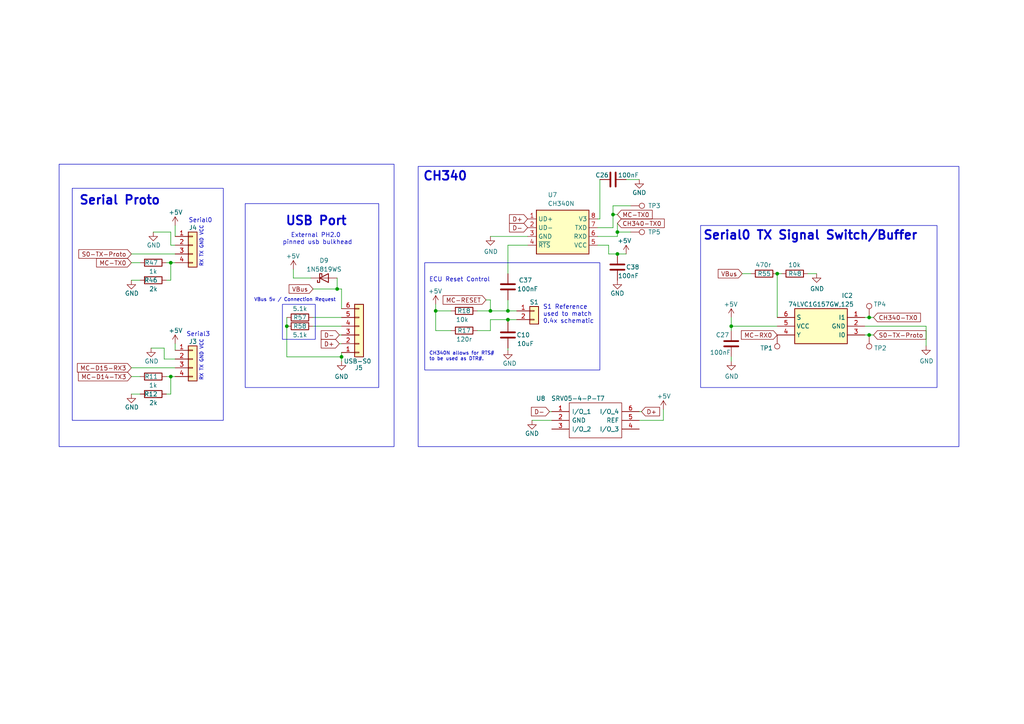
<source format=kicad_sch>
(kicad_sch (version 20231120) (generator "eeschema") (generator_version "8.0")
  (paper "A4")
  (title_block (title "Spark Gap x4") (date "2024-07-16") (rev "A") (company "OpenLogicEFI") (comment 1 "openlogicefi.com"))
  (lib_symbols
    (symbol "74LVC1G157GW_125:74LVC1G157GW,125"
      (property "Reference" "IC" (at 21.59 7.62 0))
      (property "Value" "74LVC1G157GW,125" (at 21.59 5.08 0))
      (symbol "74LVC1G157GW,125_1_1"
        (rectangle (start 5.08 2.54) (end 20.32 -7.62) (stroke (width 0.254)) (fill (type background)))
        (pin passive line (at 0 0 0) (length 5.08) (name "I1") (number "1"))
        (pin passive line (at 0 -2.54 0) (length 5.08) (name "GND") (number "2"))
        (pin passive line (at 0 -5.08 0) (length 5.08) (name "I0") (number "3"))
        (pin passive line (at 25.4 -5.08 180) (length 5.08) (name "Y") (number "4"))
        (pin passive line (at 25.4 -2.54 180) (length 5.08) (name "VCC") (number "5"))
        (pin passive line (at 25.4 0 180) (length 5.08) (name "S") (number "6"))
      )
    )
    (symbol "CH340C_1"
      (property "Reference" "U?" (at -4.3306 17.145 0))
      (property "Value" "CH340C_1" (at -4.3306 14.605 0))
      (symbol "CH340C_1_0_1"
        (rectangle (start -7.62 12.7) (end 7.62 0) (stroke (width 0.254)) (fill (type background)))
      )
      (symbol "CH340C_1_1_1"
        (pin bidirectional line (at -10.16 10.16 0) (length 2.54) (name "UD+") (number "1"))
        (pin bidirectional line (at -10.16 7.62 0) (length 2.54) (name "UD-") (number "2"))
        (pin power_in line (at -10.16 5.08 0) (length 2.54) (name "GND") (number "3"))
        (pin output line (at -10.16 2.54 0) (length 2.54) (name "~{RTS}") (number "4"))
        (pin power_in line (at 10.16 2.54 180) (length 2.54) (name "VCC") (number "5"))
        (pin input line (at 10.16 5.08 180) (length 2.54) (name "RXD") (number "6"))
        (pin output line (at 10.16 7.62 180) (length 2.54) (name "TXD") (number "7"))
        (pin passive line (at 10.16 10.16 180) (length 2.54) (name "V3") (number "8"))
      )
    )
    (symbol "Connector:TestPoint" (pin_numbers hide) (pin_names (offset 0.762) hide)
      (property "Reference" "TP" (at 0 6.858 0))
      (property "Value" "TestPoint" (at 0 5.08 0))
      (symbol "TestPoint_0_1"
        (circle (center 0 3.302) (radius 0.762))
      )
      (symbol "TestPoint_1_1"
        (pin passive line (at 0 0 90) (length 2.54) (name "1") (number "1"))
      )
    )
    (symbol "Connector_Generic:Conn_01x02" (pin_names (offset 1.016) hide)
      (property "Reference" "J" (at 0 2.54 0))
      (property "Value" "Conn_01x02" (at 0 -5.08 0))
      (symbol "Conn_01x02_1_1"
        (rectangle (start -1.27 -2.413) (end 0 -2.667) (stroke (width 0.1524)))
        (rectangle (start -1.27 0.127) (end 0 -0.127) (stroke (width 0.1524)))
        (rectangle (start -1.27 1.27) (end 1.27 -3.81) (stroke (width 0.254)) (fill (type background)))
        (pin passive line (at -5.08 0 0) (length 3.81) (name "Pin_1") (number "1"))
        (pin passive line (at -5.08 -2.54 0) (length 3.81) (name "Pin_2") (number "2"))
      )
    )
    (symbol "Connector_Generic:Conn_01x04" (pin_names (offset 1.016) hide)
      (property "Reference" "J" (at 0 5.08 0))
      (property "Value" "Conn_01x04" (at 0 -7.62 0))
      (symbol "Conn_01x04_1_1"
        (rectangle (start -1.27 -4.953) (end 0 -5.207) (stroke (width 0.1524)))
        (rectangle (start -1.27 -2.413) (end 0 -2.667) (stroke (width 0.1524)))
        (rectangle (start -1.27 0.127) (end 0 -0.127) (stroke (width 0.1524)))
        (rectangle (start -1.27 2.667) (end 0 2.413) (stroke (width 0.1524)))
        (rectangle (start -1.27 3.81) (end 1.27 -6.35) (stroke (width 0.254)) (fill (type background)))
        (pin passive line (at -5.08 2.54 0) (length 3.81) (name "Pin_1") (number "1"))
        (pin passive line (at -5.08 0 0) (length 3.81) (name "Pin_2") (number "2"))
        (pin passive line (at -5.08 -2.54 0) (length 3.81) (name "Pin_3") (number "3"))
        (pin passive line (at -5.08 -5.08 0) (length 3.81) (name "Pin_4") (number "4"))
      )
    )
    (symbol "Connector_Generic:Conn_01x06" (pin_names (offset 1.016) hide)
      (property "Reference" "J" (at 0 7.62 0))
      (property "Value" "Conn_01x06" (at 0 -10.16 0))
      (symbol "Conn_01x06_1_1"
        (rectangle (start -1.27 -7.493) (end 0 -7.747) (stroke (width 0.1524)))
        (rectangle (start -1.27 -4.953) (end 0 -5.207) (stroke (width 0.1524)))
        (rectangle (start -1.27 -2.413) (end 0 -2.667) (stroke (width 0.1524)))
        (rectangle (start -1.27 0.127) (end 0 -0.127) (stroke (width 0.1524)))
        (rectangle (start -1.27 2.667) (end 0 2.413) (stroke (width 0.1524)))
        (rectangle (start -1.27 5.207) (end 0 4.953) (stroke (width 0.1524)))
        (rectangle (start -1.27 6.35) (end 1.27 -8.89) (stroke (width 0.254)) (fill (type background)))
        (pin passive line (at -5.08 5.08 0) (length 3.81) (name "Pin_1") (number "1"))
        (pin passive line (at -5.08 2.54 0) (length 3.81) (name "Pin_2") (number "2"))
        (pin passive line (at -5.08 0 0) (length 3.81) (name "Pin_3") (number "3"))
        (pin passive line (at -5.08 -2.54 0) (length 3.81) (name "Pin_4") (number "4"))
        (pin passive line (at -5.08 -5.08 0) (length 3.81) (name "Pin_5") (number "5"))
        (pin passive line (at -5.08 -7.62 0) (length 3.81) (name "Pin_6") (number "6"))
      )
    )
    (symbol "Device:C" (pin_numbers hide) (pin_names (offset 0.254))
      (property "Reference" "C" (at 0.635 2.54 0))
      (property "Value" "C" (at 0.635 -2.54 0))
      (symbol "C_0_1"
        (polyline (pts (xy -2.032 -0.762) (xy 2.032 -0.762)) (stroke (width 0.508)))
        (polyline (pts (xy -2.032 0.762) (xy 2.032 0.762)) (stroke (width 0.508)))
      )
      (symbol "C_1_1"
        (pin passive line (at 0 3.81 270) (length 2.794) (name "~") (number "1"))
        (pin passive line (at 0 -3.81 90) (length 2.794) (name "~") (number "2"))
      )
    )
    (symbol "Device:D_Schottky" (pin_numbers hide) (pin_names (offset 1.016) hide)
      (property "Reference" "D" (at 0 2.54 0))
      (property "Value" "D_Schottky" (at 0 -2.54 0))
      (symbol "D_Schottky_0_1"
        (polyline (pts (xy 1.27 0) (xy -1.27 0)))
        (polyline (pts (xy 1.27 1.27) (xy 1.27 -1.27) (xy -1.27 0) (xy 1.27 1.27)) (stroke (width 0.254)))
        (polyline (pts (xy -1.905 0.635) (xy -1.905 1.27) (xy -1.27 1.27) (xy -1.27 -1.27) (xy -0.635 -1.27) (xy -0.635 -0.635)) (stroke (width 0.254)))
      )
      (symbol "D_Schottky_1_1"
        (pin passive line (at -3.81 0 0) (length 2.54) (name "K") (number "1"))
        (pin passive line (at 3.81 0 180) (length 2.54) (name "A") (number "2"))
      )
    )
    (symbol "Device:R" (pin_numbers hide) (pin_names (offset 0))
      (property "Reference" "R" (at 2.032 0 90))
      (property "Value" "R" (at 0 0 90))
      (symbol "R_0_1"
        (rectangle (start -1.016 -2.54) (end 1.016 2.54) (stroke (width 0.254)))
      )
      (symbol "R_1_1"
        (pin passive line (at 0 3.81 270) (length 1.27) (name "~") (number "1"))
        (pin passive line (at 0 -3.81 90) (length 1.27) (name "~") (number "2"))
      )
    )
    (symbol "Pre_Ignition-rescue:SRV05-4-P-T7-SRV05-4-P-T7-Pre_Ignition-rescue-Pre_Ignition-rescue-Pre_Ignition-rescue" (pin_names (offset 0.762))
      (property "Reference" "U1" (at 1.905 3.81 0))
      (property "Value" "SRV05-4-P-T7" (at 12.7 3.81 0))
      (symbol "SRV05-4-P-T7-SRV05-4-P-T7-Pre_Ignition-rescue-Pre_Ignition-rescue-Pre_Ignition-rescue_0_0"
        (pin passive line (at 5.08 0 0) (length 5.08) (name "I/O_1") (number "1"))
        (pin passive line (at 5.08 -2.54 0) (length 5.08) (name "GND") (number "2"))
        (pin passive line (at 5.08 -5.08 0) (length 5.08) (name "I/O_2") (number "3"))
        (pin passive line (at 30.48 -5.08 180) (length 5.08) (name "I/O_3") (number "4"))
        (pin passive line (at 30.48 -2.54 180) (length 5.08) (name "REF") (number "5"))
        (pin passive line (at 30.48 0 180) (length 5.08) (name "I/O_4") (number "6"))
      )
      (symbol "SRV05-4-P-T7-SRV05-4-P-T7-Pre_Ignition-rescue-Pre_Ignition-rescue-Pre_Ignition-rescue_0_1"
        (polyline (pts (xy 10.16 2.54) (xy 25.4 2.54) (xy 25.4 -7.62) (xy 10.16 -7.62) (xy 10.16 2.54)) (stroke (width 0.1524)))
      )
    )
    (symbol "power:+5V" (power) (pin_names (offset 0))
      (property "Value" "+5V" (at 0 3.556 0))
      (symbol "+5V_0_1"
        (polyline (pts (xy -0.762 1.27) (xy 0 2.54)))
        (polyline (pts (xy 0 0) (xy 0 2.54)))
        (polyline (pts (xy 0 2.54) (xy 0.762 1.27)))
      )
      (symbol "+5V_1_1"
        (pin power_in line (at 0 0 90) (length 0) hide (name "+5V") (number "1"))
      )
    )
    (symbol "power:GND" (power) (pin_names (offset 0))
      (property "Value" "GND" (at 0 -3.81 0))
      (symbol "GND_0_1"
        (polyline (pts (xy 0 0) (xy 0 -1.27) (xy 1.27 -1.27) (xy 0 -2.54) (xy -1.27 -1.27) (xy 0 -1.27)))
      )
      (symbol "GND_1_1"
        (pin power_in line (at 0 0 270) (length 0) hide (name "GND") (number "1"))
      )
    )
  )
  (junction (at 212.09 94.615))
  (junction (at 147.32 92.71))
  (junction (at 126.365 90.17))
  (junction (at 142.24 90.17))
  (junction (at 49.53 109.22))
  (junction (at 179.07 73.66))
  (junction (at 83.185 94.615))
  (junction (at 99.06 103.505))
  (junction (at 147.32 90.17))
  (junction (at 97.79 83.82))
  (junction (at 49.53 76.2))
  (junction (at 179.07 67.31))
  (junction (at 225.425 79.375))
  (junction (at 252.095 92.075))
  (junction (at 252.095 97.155))
  (junction (at 177.8 62.23))
  (wire (pts (xy 47.625 100.965) (xy 43.815 100.965)))
  (wire (pts (xy 48.26 114.3) (xy 49.53 114.3)))
  (wire (pts (xy 226.695 79.375) (xy 225.425 79.375)))
  (wire (pts (xy 252.095 97.155) (xy 250.825 97.155)))
  (wire (pts (xy 154.305 121.92) (xy 160.02 121.92)))
  (wire (pts (xy 47.625 104.14) (xy 47.625 100.965)))
  (wire (pts (xy 225.425 79.375) (xy 225.425 92.075)))
  (wire (pts (xy 85.09 80.645) (xy 90.17 80.645)))
  (wire (pts (xy 40.64 114.3) (xy 38.1 114.3)))
  (wire (pts (xy 138.43 90.17) (xy 142.24 90.17)))
  (wire (pts (xy 186.055 119.38) (xy 185.42 119.38)))
  (wire (pts (xy 126.365 88.265) (xy 126.365 90.17)))
  (wire (pts (xy 48.26 109.22) (xy 49.53 109.22)))
  (wire (pts (xy 142.24 86.995) (xy 142.24 90.17)))
  (wire (pts (xy 268.605 94.615) (xy 250.825 94.615)))
  (wire (pts (xy 159.385 119.38) (xy 160.02 119.38)))
  (wire (pts (xy 179.07 67.31) (xy 182.88 67.31)))
  (wire (pts (xy 40.64 109.22) (xy 38.1 109.22)))
  (wire (pts (xy 173.99 63.5) (xy 173.355 63.5)))
  (wire (pts (xy 83.185 94.615) (xy 83.185 103.505)))
  (wire (pts (xy 44.45 67.31) (xy 49.53 67.31)))
  (wire (pts (xy 97.79 80.645) (xy 97.79 83.82)))
  (wire (pts (xy 50.8 71.12) (xy 49.53 71.12)))
  (wire (pts (xy 185.42 52.07) (xy 181.61 52.07)))
  (wire (pts (xy 176.53 71.12) (xy 173.355 71.12)))
  (wire (pts (xy 212.09 92.075) (xy 212.09 94.615)))
  (wire (pts (xy 99.06 103.505) (xy 99.06 104.775)))
  (wire (pts (xy 83.185 92.075) (xy 83.185 94.615)))
  (wire (pts (xy 179.07 67.31) (xy 179.07 64.77)))
  (wire (pts (xy 179.07 68.58) (xy 173.355 68.58)))
  (wire (pts (xy 99.06 83.82) (xy 99.06 89.535)))
  (wire (pts (xy 38.1 81.28) (xy 40.64 81.28)))
  (wire (pts (xy 212.09 95.885) (xy 212.09 94.615)))
  (wire (pts (xy 50.8 99.695) (xy 50.8 101.6)))
  (wire (pts (xy 147.32 93.345) (xy 147.32 92.71)))
  (wire (pts (xy 50.8 104.14) (xy 47.625 104.14)))
  (wire (pts (xy 126.365 90.17) (xy 126.365 95.885)))
  (wire (pts (xy 90.805 92.075) (xy 99.06 92.075)))
  (wire (pts (xy 147.32 71.12) (xy 147.32 79.375)))
  (wire (pts (xy 142.24 92.71) (xy 147.32 92.71)))
  (wire (pts (xy 225.425 94.615) (xy 212.09 94.615)))
  (wire (pts (xy 192.405 121.92) (xy 185.42 121.92)))
  (wire (pts (xy 98.425 99.695) (xy 99.06 99.695)))
  (wire (pts (xy 97.79 83.82) (xy 99.06 83.82)))
  (wire (pts (xy 49.53 81.28) (xy 49.53 76.2)))
  (wire (pts (xy 253.365 92.075) (xy 252.095 92.075)))
  (wire (pts (xy 236.855 79.375) (xy 234.315 79.375)))
  (wire (pts (xy 177.8 59.69) (xy 182.88 59.69)))
  (wire (pts (xy 98.425 97.155) (xy 99.06 97.155)))
  (wire (pts (xy 99.06 102.235) (xy 99.06 103.505)))
  (wire (pts (xy 48.26 76.2) (xy 49.53 76.2)))
  (wire (pts (xy 142.24 95.885) (xy 138.43 95.885)))
  (wire (pts (xy 177.8 66.04) (xy 173.355 66.04)))
  (wire (pts (xy 212.09 104.775) (xy 212.09 103.505)))
  (wire (pts (xy 140.97 86.995) (xy 142.24 86.995)))
  (wire (pts (xy 147.32 101.6) (xy 147.32 100.965)))
  (wire (pts (xy 147.32 86.995) (xy 147.32 90.17)))
  (wire (pts (xy 48.26 81.28) (xy 49.53 81.28)))
  (wire (pts (xy 179.07 62.23) (xy 177.8 62.23)))
  (wire (pts (xy 38.1 106.68) (xy 50.8 106.68)))
  (wire (pts (xy 142.24 68.58) (xy 153.035 68.58)))
  (wire (pts (xy 176.53 73.66) (xy 176.53 71.12)))
  (wire (pts (xy 49.53 67.31) (xy 49.53 71.12)))
  (wire (pts (xy 192.405 118.745) (xy 192.405 121.92)))
  (wire (pts (xy 173.99 52.07) (xy 173.99 63.5)))
  (wire (pts (xy 126.365 90.17) (xy 130.81 90.17)))
  (wire (pts (xy 83.185 103.505) (xy 99.06 103.505)))
  (wire (pts (xy 142.24 92.71) (xy 142.24 95.885)))
  (wire (pts (xy 253.365 97.155) (xy 252.095 97.155)))
  (wire (pts (xy 50.8 68.58) (xy 50.8 65.405)))
  (wire (pts (xy 252.095 92.075) (xy 250.825 92.075)))
  (wire (pts (xy 217.805 79.375) (xy 215.265 79.375)))
  (wire (pts (xy 147.32 90.17) (xy 149.86 90.17)))
  (wire (pts (xy 177.8 62.23) (xy 177.8 66.04)))
  (wire (pts (xy 176.53 73.66) (xy 179.07 73.66)))
  (wire (pts (xy 181.61 73.66) (xy 179.07 73.66)))
  (wire (pts (xy 177.8 59.69) (xy 177.8 62.23)))
  (wire (pts (xy 126.365 95.885) (xy 130.81 95.885)))
  (wire (pts (xy 179.07 67.31) (xy 179.07 68.58)))
  (wire (pts (xy 38.1 76.2) (xy 40.64 76.2)))
  (wire (pts (xy 49.53 114.3) (xy 49.53 109.22)))
  (wire (pts (xy 142.24 90.17) (xy 147.32 90.17)))
  (wire (pts (xy 90.805 83.82) (xy 97.79 83.82)))
  (wire (pts (xy 147.32 92.71) (xy 149.86 92.71)))
  (wire (pts (xy 268.605 94.615) (xy 268.605 100.33)))
  (wire (pts (xy 90.805 94.615) (xy 99.06 94.615)))
  (wire (pts (xy 38.1 73.66) (xy 50.8 73.66)))
  (wire (pts (xy 49.53 109.22) (xy 50.8 109.22)))
  (wire (pts (xy 85.09 78.105) (xy 85.09 80.645)))
  (wire (pts (xy 147.32 71.12) (xy 153.035 71.12)))
  (wire (pts (xy 49.53 76.2) (xy 50.8 76.2)))
  (rectangle (start 121.285 48.26) (end 278.13 129.54))
  (rectangle (start 203.2 65.405) (end 271.78 112.395))
  (rectangle (start 81.915 88.265) (end 91.44 98.425))
  (rectangle (start 17.145 47.625) (end 114.3 129.54))
  (rectangle (start 71.12 59.055) (end 109.855 112.395))
  (rectangle (start 20.955 54.61) (end 64.77 121.92))
  (rectangle (start 123.19 76.2) (end 173.99 107.315))
  (text "CH340" (at 122.555 52.705 0) (effects (font (size 2.54 2.54) (thickness 0.508) (bold yes)) (justify left bottom)))
  (text "RX TX GND VCC" (at 59.055 65.405 90) (effects (font (size 1 1)) (justify right bottom)))
  (text "Serial3" (at 60.96 97.79 0) (effects (font (size 1.27 1.27)) (justify right bottom)))
  (text "S1 Reference\nused to match\n0.4x schematic" (at 157.48 93.98 0) (effects (font (size 1.27 1.27)) (justify left bottom)))
  (text "External PH2.0 \npinned usb bulkhead" (at 92.075 69.342 0) (effects (font (size 1.27 1.27))))
  (text "Serial0" (at 61.595 64.77 0) (effects (font (size 1.27 1.27)) (justify right bottom)))
  (text "ECU Reset Control" (at 124.46 81.915 0) (effects (font (size 1.25 1.25)) (justify left bottom)))
  (text "VBus 5v / Connection Request" (at 73.66 87.63 0) (effects (font (size 1 1)) (justify left bottom)))
  (text "RX TX GND VCC" (at 59.055 98.425 90) (effects (font (size 1 1)) (justify right bottom)))
  (text "Serial0 TX Signal Switch/Buffer" (at 203.835 69.85 0) (effects (font (size 2.54 2.54) (thickness 0.508) (bold yes)) (justify left bottom)))
  (text "USB Port" (at 82.677 65.659 0) (effects (font (size 2.54 2.54) (thickness 0.508) (bold yes)) (justify left bottom)))
  (text "CH340N allows for RTS#\nto be used as DTR#." (at 124.46 104.775 0) (effects (font (size 1 1)) (justify left bottom)))
  (text "Serial Proto" (at 22.86 59.69 0) (effects (font (size 2.54 2.54) (thickness 0.508) (bold yes)) (justify left bottom)))
  (global_label "D+" (shape input) (at 98.425 99.695 180) (property "Intersheetrefs" "${INTERSHEET_REFS}" (effects (hide yes))))
  (global_label "D-" (shape input) (at 159.385 119.38 180) (property "Intersheetrefs" "${INTERSHEET_REFS}" (effects (hide yes))))
  (global_label "MC-TX0" (shape input) (at 179.07 62.23 0) (property "Intersheetrefs" "${INTERSHEET_REFS}" (effects (hide yes))))
  (global_label "MC-TX0" (shape input) (at 38.1 76.2 180) (property "Intersheetrefs" "${INTERSHEET_REFS}" (effects (hide yes))))
  (global_label "MC-RESET" (shape input) (at 140.97 86.995 180) (property "Intersheetrefs" "${INTERSHEET_REFS}" (effects (hide yes))))
  (global_label "D-" (shape input) (at 153.035 66.04 180) (property "Intersheetrefs" "${INTERSHEET_REFS}" (effects (hide yes))))
  (global_label "CH340-TX0" (shape input) (at 179.07 64.77 0) (property "Intersheetrefs" "${INTERSHEET_REFS}" (effects (hide yes))))
  (global_label "S0-TX-Proto" (shape input) (at 253.365 97.155 0) (property "Intersheetrefs" "${INTERSHEET_REFS}" (effects (hide yes))))
  (global_label "D-" (shape input) (at 98.425 97.155 180) (property "Intersheetrefs" "${INTERSHEET_REFS}" (effects (hide yes))))
  (global_label "VBus" (shape input) (at 90.805 83.82 180) (property "Intersheetrefs" "${INTERSHEET_REFS}" (effects (hide yes))))
  (global_label "VBus" (shape input) (at 215.265 79.375 180) (property "Intersheetrefs" "${INTERSHEET_REFS}" (effects (hide yes))))
  (global_label "D+" (shape input) (at 153.035 63.5 180) (property "Intersheetrefs" "${INTERSHEET_REFS}" (effects (hide yes))))
  (global_label "CH340-TX0" (shape input) (at 253.365 92.075 0) (property "Intersheetrefs" "${INTERSHEET_REFS}" (effects (hide yes))))
  (global_label "D+" (shape input) (at 186.055 119.38 0) (property "Intersheetrefs" "${INTERSHEET_REFS}" (effects (hide yes))))
  (global_label "MC-D15-RX3" (shape input) (at 38.1 106.68 180) (property "Intersheetrefs" "${INTERSHEET_REFS}" (effects (hide yes))))
  (global_label "S0-TX-Proto" (shape input) (at 38.1 73.66 180) (property "Intersheetrefs" "${INTERSHEET_REFS}" (effects (hide yes))))
  (global_label "MC-RX0" (shape input) (at 225.425 97.155 180) (property "Intersheetrefs" "${INTERSHEET_REFS}" (effects (hide yes))))
  (global_label "MC-D14-TX3" (shape input) (at 38.1 109.22 180) (property "Intersheetrefs" "${INTERSHEET_REFS}" (effects (hide yes))))
  (symbol (lib_id "Device:R") (at 86.995 92.075 270) (mirror x) (unit 1)
    (property "Reference" "R57" (at 86.995 92.075 90))
    (property "Value" "5.1k" (at 86.995 89.535 90))
    (property "Footprint" "Resistor_SMD:R_0402_1005Metric" (effects (hide yes)))
    (property "LCSC" "C25905" (effects (hide yes)))
    (property "Manufacture Part Number" "0402WGF5101TCE" (effects (hide yes)))
  )
  (symbol (lib_id "Device:R") (at 44.45 114.3 270) (unit 1)
    (property "Reference" "R12" (at 45.72 114.3 90) (effects (justify right)))
    (property "Value" "2k" (at 45.72 116.84 90) (effects (justify right)))
    (property "Footprint" "Resistor_SMD:R_0402_1005Metric" (effects (hide yes)))
    (property "LCSC" "C4109" (effects (hide yes)))
    (property "Manufacture Part Number" "0402WGF2001TCE" (effects (hide yes)))
  )
  (symbol (lib_id "Connector:TestPoint") (at 252.095 92.075 0) (unit 1)
    (property "Reference" "TP4" (at 253.365 88.265 0) (effects (justify left)))
    (property "Value" "TestPoint" (effects (hide yes)))
    (property "Footprint" "Detonation:TestPoint_THT_D0.6mm_Drill0.3mm" (effects (hide yes)))
  )
  (symbol (lib_id "Device:R") (at 134.62 95.885 270) (unit 1)
    (property "Reference" "R17" (at 134.62 95.885 90))
    (property "Value" "120r" (at 134.62 98.425 90))
    (property "Footprint" "Resistor_SMD:R_0603_1608Metric" (effects (hide yes)))
    (property "LCSC" "C22787" (effects (hide yes)))
    (property "Manufacture Part Number" "0402WGF4700TCE" (effects (hide yes)))
  )
  (symbol (lib_id "Device:R") (at 134.62 90.17 90) (mirror x) (unit 1)
    (property "Reference" "R18" (at 136.525 90.17 90) (effects (justify left)))
    (property "Value" "10k" (at 135.89 92.71 90) (effects (justify left)))
    (property "Footprint" "Resistor_SMD:R_0402_1005Metric" (effects (hide yes)))
    (property "LCSC" "C25744" (effects (hide yes)))
    (property "Manufacture Part Number" "0402WGF1002TCE" (effects (hide yes)))
  )
  (symbol (lib_id "power:+5V") (at 192.405 118.745 0) (unit 1)
    (property "Reference" "#PWR057" (effects (hide yes)))
    (property "Value" "+5V" (at 190.5 114.935 0) (effects (justify left)))
  )
  (symbol (lib_id "Device:C") (at 177.8 52.07 90) (mirror x) (unit 1)
    (property "Reference" "C26" (at 174.625 50.8 90))
    (property "Value" "100nF" (at 182.245 50.8 90))
    (property "Footprint" "Capacitor_SMD:C_0402_1005Metric" (effects (hide yes)))
    (property "LCSC" "C307331" (effects (hide yes)))
  )
  (symbol (lib_id "power:GND") (at 44.45 67.31 0) (mirror y) (unit 1)
    (property "Reference" "#PWR0117" (effects (hide yes)))
    (property "Value" "GND" (at 42.545 71.12 0) (effects (justify right)))
  )
  (symbol (lib_id "Connector_Generic:Conn_01x02") (at 154.94 90.17 0) (unit 1) (in_bom no)
    (property "Reference" "S1" (at 154.94 87.63 0))
    (property "Value" "Reset Control" (effects (hide yes)))
    (property "Footprint" "Connector_PinHeader_2.54mm:PinHeader_1x02_P2.54mm_Horizontal" (effects (hide yes)))
  )
  (symbol (lib_id "power:GND") (at 212.09 104.775 0) (unit 1)
    (property "Reference" "#PWR024" (effects (hide yes)))
    (property "Value" "GND" (at 212.217 109.1692 0))
  )
  (symbol (lib_id "Connector_Generic:Conn_01x06") (at 104.14 97.155 0) (mirror x) (unit 1) (in_bom no)
    (property "Reference" "J5" (at 102.87 106.68 0) (effects (justify left)))
    (property "Value" "USB-S0" (at 99.695 104.775 0) (effects (justify left)))
    (property "Footprint" "Connector_JST:JST_PH_B6B-PH-K_1x06_P2.00mm_Vertical" (effects (hide yes)))
  )
  (symbol (lib_id "Device:R") (at 221.615 79.375 270) (mirror x) (unit 1)
    (property "Reference" "R55" (at 219.71 79.375 90) (effects (justify left)))
    (property "Value" "470r" (at 219.075 76.835 90) (effects (justify left)))
    (property "Footprint" "Resistor_SMD:R_0402_1005Metric" (effects (hide yes)))
    (property "LCSC" "C25117" (effects (hide yes)))
    (property "Manufacture Part Number" "0402WGF4700TCE" (effects (hide yes)))
  )
  (symbol (lib_id "power:GND") (at 38.1 81.28 0) (mirror y) (unit 1)
    (property "Reference" "#PWR01" (effects (hide yes)))
    (property "Value" "GND" (at 36.195 85.09 0) (effects (justify right)))
  )
  (symbol (lib_id "power:GND") (at 43.815 100.965 0) (mirror y) (unit 1)
    (property "Reference" "#PWR0124" (effects (hide yes)))
    (property "Value" "GND" (at 41.91 104.775 0) (effects (justify right)))
  )
  (symbol (lib_id "Device:C") (at 212.09 99.695 180) (unit 1)
    (property "Reference" "C27" (at 209.55 97.155 0))
    (property "Value" "100nF" (at 208.915 102.235 0))
    (property "Footprint" "Capacitor_SMD:C_0402_1005Metric" (effects (hide yes)))
    (property "LCSC" "C307331" (effects (hide yes)))
  )
  (symbol (lib_id "Connector_Generic:Conn_01x04") (at 55.88 104.14 0) (unit 1) (in_bom no)
    (property "Reference" "J3" (at 57.15 99.06 0) (effects (justify right)))
    (property "Value" "Conn_01x04" (effects (hide yes)))
    (property "Footprint" "Detonation:1X4-PROTO-NoSilk" (effects (hide yes)))
  )
  (symbol (lib_id "power:GND") (at 38.1 114.3 0) (mirror y) (unit 1)
    (property "Reference" "#PWR023" (effects (hide yes)))
    (property "Value" "GND" (at 36.195 118.11 0) (effects (justify right)))
  )
  (symbol (lib_id "Device:R") (at 44.45 81.28 270) (unit 1)
    (property "Reference" "R46" (at 45.72 81.28 90) (effects (justify right)))
    (property "Value" "2k" (at 45.72 83.82 90) (effects (justify right)))
    (property "Footprint" "Resistor_SMD:R_0402_1005Metric" (effects (hide yes)))
    (property "LCSC" "C4109" (effects (hide yes)))
    (property "Manufacture Part Number" "0402WGF2001TCE" (effects (hide yes)))
  )
  (symbol (lib_id "Pre_Ignition-rescue:SRV05-4-P-T7-SRV05-4-P-T7-Pre_Ignition-rescue-Pre_Ignition-rescue-Pre_Ignition-rescue") (at 154.94 119.38 0) (unit 1)
    (property "Reference" "U8" (at 156.845 115.57 0))
    (property "Value" "SRV05-4-P-T7" (at 167.64 115.57 0))
    (property "Footprint" "Package_TO_SOT_SMD:SOT-23-6" (effects (hide yes)))
    (property "Datasheet" "http://www.onsemi.com/pub/Collateral/SRV05-4-D.PDF" (effects (hide yes)))
    (property "LCSC" "C85364" (effects (hide yes)))
  )
  (symbol (lib_id "Device:C") (at 179.07 77.47 0) (mirror y) (unit 1)
    (property "Reference" "C38" (at 183.515 77.47 0))
    (property "Value" "100nF" (at 182.245 80.01 0))
    (property "Footprint" "Capacitor_SMD:C_0402_1005Metric" (effects (hide yes)))
    (property "LCSC" "C307331" (effects (hide yes)))
  )
  (symbol (lib_id "Device:D_Schottky") (at 93.98 80.645 0) (mirror x) (unit 1)
    (property "Reference" "D9" (at 93.98 75.565 0))
    (property "Value" "1N5819WS" (at 93.98 78.105 0))
    (property "Footprint" "Diode_SMD:D_SOD-323" (effects (hide yes)))
    (property "LCSC" "C191023" (effects (hide yes)))
    (property "Manufacture Part Number" "1N5819WS" (effects (hide yes)))
  )
  (symbol (lib_id "power:+5V") (at 50.8 65.405 0) (unit 1)
    (property "Reference" "#PWR02" (effects (hide yes)))
    (property "Value" "+5V" (at 48.895 61.595 0) (effects (justify left)))
  )
  (symbol (lib_id "power:GND") (at 147.32 101.6 0) (unit 1)
    (property "Reference" "#PWR049" (effects (hide yes)))
    (property "Value" "GND" (at 149.86 105.41 0) (effects (justify right)))
  )
  (symbol (lib_id "power:GND") (at 236.855 79.375 0) (unit 1)
    (property "Reference" "#PWR022" (effects (hide yes)))
    (property "Value" "GND" (at 236.982 83.7692 0))
  )
  (symbol (lib_id "power:GND") (at 179.07 81.28 0) (unit 1)
    (property "Reference" "#PWR0127" (effects (hide yes)))
    (property "Value" "GND" (at 179.07 85.09 0))
  )
  (symbol (lib_id "Connector:TestPoint") (at 225.425 97.155 180) (unit 1)
    (property "Reference" "TP1" (at 224.155 100.965 0) (effects (justify left)))
    (property "Value" "TestPoint" (effects (hide yes)))
    (property "Footprint" "Detonation:TestPoint_THT_D0.6mm_Drill0.3mm" (effects (hide yes)))
  )
  (symbol (lib_id "Connector:TestPoint") (at 182.88 67.31 270) (unit 1)
    (property "Reference" "TP5" (at 187.96 67.31 90) (effects (justify left)))
    (property "Value" "TestPoint" (effects (hide yes)))
    (property "Footprint" "Detonation:TestPoint_THT_D0.6mm_Drill0.3mm" (effects (hide yes)))
  )
  (symbol (lib_id "74LVC1G157GW_125:74LVC1G157GW,125") (at 250.825 92.075 0) (mirror y) (unit 1)
    (property "Reference" "IC2" (at 245.745 85.725 0))
    (property "Value" "74LVC1G157GW,125" (at 238.125 88.265 0))
    (property "Footprint" "Detonation:SOP65P210X110-6N" (effects (hide yes)))
    (property "Datasheet" "https://assets.nexperia.com/documents/data-sheet/74LVC1G157.pdf" (effects (hide yes)))
    (property "Height" "1.1" (effects (hide yes)))
    (property "Manufacturer_Name" "Nexperia" (effects (hide yes)))
    (property "Manufacturer_Part_Number" "74LVC1G157GW,125" (effects (hide yes)))
    (property "Mouser Part Number" "771-74LVC1G157GW-G" (effects (hide yes)))
    (property "Mouser Price/Stock" "https://www.mouser.co.uk/ProductDetail/Nexperia/74LVC1G157GW125?qs=me8TqzrmIYXIuOIBP1Hsug%3D%3D" (effects (hide yes)))
    (property "Arrow Part Number" "74LVC1G157GW,125" (effects (hide yes)))
    (property "Arrow Price/Stock" "https://www.arrow.com/en/products/74lvc1g157gw125/nexperia?region=nac" (effects (hide yes)))
    (property "LCSC" "C135822" (effects (hide yes)))
  )
  (symbol (lib_id "Connector:TestPoint") (at 182.88 59.69 270) (unit 1)
    (property "Reference" "TP3" (at 187.96 59.69 90) (effects (justify left)))
    (property "Value" "TestPoint" (effects (hide yes)))
    (property "Footprint" "Detonation:TestPoint_THT_D0.6mm_Drill0.3mm" (effects (hide yes)))
  )
  (symbol (lib_id "Connector_Generic:Conn_01x04") (at 55.88 71.12 0) (unit 1) (in_bom no)
    (property "Reference" "J4" (at 57.15 66.04 0) (effects (justify right)))
    (property "Value" "Conn_01x04" (effects (hide yes)))
    (property "Footprint" "Detonation:1X4-PROTO-NoSilk" (effects (hide yes)))
  )
  (symbol (lib_id "Device:C") (at 147.32 83.185 0) (unit 1)
    (property "Reference" "C37" (at 152.4 81.28 0))
    (property "Value" "100nF" (at 153.035 83.82 0))
    (property "Footprint" "Capacitor_SMD:C_0402_1005Metric" (effects (hide yes)))
    (property "LCSC" "C307331" (effects (hide yes)))
  )
  (symbol (lib_id "power:GND") (at 99.06 104.775 0) (mirror y) (unit 1)
    (property "Reference" "#PWR048" (effects (hide yes)))
    (property "Value" "GND" (at 99.06 109.22 0))
  )
  (symbol (lib_id "power:+5V") (at 50.8 99.695 0) (unit 1)
    (property "Reference" "#PWR0125" (effects (hide yes)))
    (property "Value" "+5V" (at 48.895 95.885 0) (effects (justify left)))
  )
  (symbol (lib_id "Device:C") (at 147.32 97.155 0) (mirror y) (unit 1)
    (property "Reference" "C10" (at 151.765 97.155 0))
    (property "Value" "10uF" (at 152.4 99.695 0))
    (property "Footprint" "Capacitor_SMD:C_0603_1608Metric" (effects (hide yes)))
    (property "LCSC" "C19702" (effects (hide yes)))
    (property "Manufacture Part Number" "CL10A106KP8NNNC" (effects (hide yes)))
  )
  (symbol (lib_id "power:+5V") (at 126.365 88.265 0) (unit 1)
    (property "Reference" "#PWR0120" (effects (hide yes)))
    (property "Value" "+5V" (at 128.27 84.455 0) (effects (justify right)))
  )
  (symbol (lib_id "Device:R") (at 86.995 94.615 270) (mirror x) (unit 1)
    (property "Reference" "R58" (at 86.995 94.615 90))
    (property "Value" "5.1k" (at 86.995 97.155 90))
    (property "Footprint" "Resistor_SMD:R_0402_1005Metric" (effects (hide yes)))
    (property "LCSC" "C25905" (effects (hide yes)))
    (property "Manufacture Part Number" "0402WGF5101TCE" (effects (hide yes)))
  )
  (symbol (lib_id "power:GND") (at 268.605 100.33 0) (unit 1)
    (property "Reference" "#PWR029" (effects (hide yes)))
    (property "Value" "GND" (at 268.732 104.7242 0))
  )
  (symbol (lib_id "power:GND") (at 142.24 68.58 0) (unit 1)
    (property "Reference" "#PWR0116" (effects (hide yes)))
    (property "Value" "GND" (at 142.367 72.9742 0))
  )
  (symbol (lib_id "power:GND") (at 185.42 52.07 0) (unit 1)
    (property "Reference" "#PWR0122" (effects (hide yes)))
    (property "Value" "GND" (at 185.42 55.88 0))
  )
  (symbol (lib_id "power:+5V") (at 181.61 73.66 0) (mirror y) (unit 1)
    (property "Reference" "#PWR0126" (effects (hide yes)))
    (property "Value" "+5V" (at 179.07 69.85 0) (effects (justify right)))
  )
  (symbol (lib_id "Device:R") (at 230.505 79.375 270) (unit 1)
    (property "Reference" "R48" (at 228.6 79.375 90) (effects (justify left)))
    (property "Value" "10k" (at 228.6 76.835 90) (effects (justify left)))
    (property "Footprint" "Resistor_SMD:R_0402_1005Metric" (effects (hide yes)))
    (property "LCSC" "C25744" (effects (hide yes)))
    (property "Manufacture Part Number" "0402WGF1002TCE" (effects (hide yes)))
  )
  (symbol (lib_name "CH340C_1") (lib_id "Interface_USB:CH340C") (at 163.195 73.66 0) (unit 1)
    (property "Reference" "U7" (at 158.8644 56.515 0) (effects (justify left)))
    (property "Value" "CH340N" (at 158.8644 59.055 0) (effects (justify left)))
    (property "Footprint" "Package_SO:SOIC-8_3.9x4.9mm_P1.27mm" (effects (hide yes)))
  )
  (symbol (lib_id "Device:R") (at 44.45 76.2 90) (unit 1)
    (property "Reference" "R47" (at 41.91 76.2 90) (effects (justify right)))
    (property "Value" "1k" (at 43.18 78.74 90) (effects (justify right)))
    (property "Footprint" "Resistor_SMD:R_0402_1005Metric" (effects (hide yes)))
    (property "LCSC" "C11702" (effects (hide yes)))
    (property "Manufacture Part Number" "0402WGF1001TCE" (effects (hide yes)))
  )
  (symbol (lib_id "Connector:TestPoint") (at 252.095 97.155 180) (unit 1)
    (property "Reference" "TP2" (at 257.175 100.965 0) (effects (justify left)))
    (property "Value" "TestPoint" (effects (hide yes)))
    (property "Footprint" "Detonation:TestPoint_THT_D0.6mm_Drill0.3mm" (effects (hide yes)))
  )
  (symbol (lib_id "power:GND") (at 154.305 121.92 0) (unit 1)
    (property "Reference" "#PWR056" (effects (hide yes)))
    (property "Value" "GND" (at 154.305 125.73 0))
  )
  (symbol (lib_id "Device:R") (at 44.45 109.22 90) (unit 1)
    (property "Reference" "R11" (at 41.91 109.22 90) (effects (justify right)))
    (property "Value" "1k" (at 43.18 111.76 90) (effects (justify right)))
    (property "Footprint" "Resistor_SMD:R_0402_1005Metric" (effects (hide yes)))
    (property "LCSC" "C11702" (effects (hide yes)))
    (property "Manufacture Part Number" "0402WGF1001TCE" (effects (hide yes)))
  )
  (symbol (lib_id "power:+5V") (at 212.09 92.075 0) (mirror y) (unit 1)
    (property "Reference" "#PWR025" (effects (hide yes)))
    (property "Value" "+5V" (at 213.995 88.265 0) (effects (justify left)))
  )
  (symbol (lib_id "power:+5V") (at 85.09 78.105 0) (mirror y) (unit 1)
    (property "Reference" "#PWR016" (effects (hide yes)))
    (property "Value" "+5V" (at 86.995 74.295 0) (effects (justify left)))
  )
)
</source>
